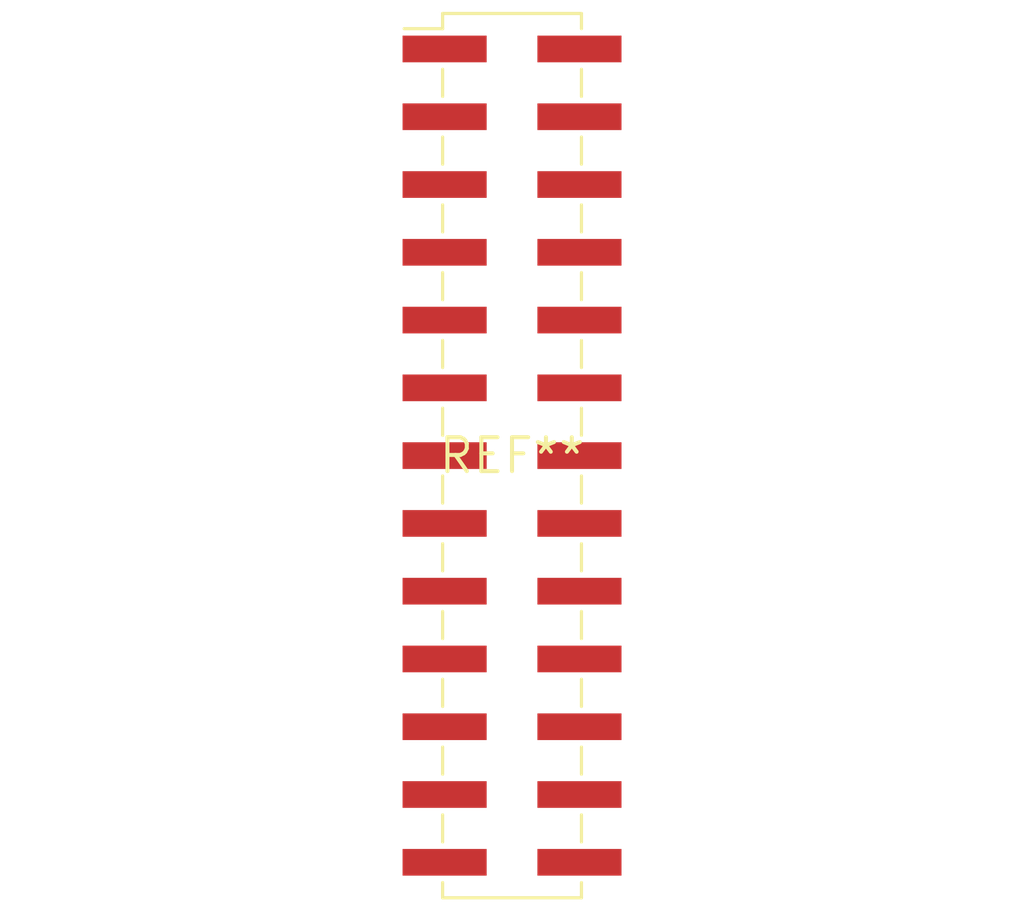
<source format=kicad_pcb>
(kicad_pcb (version 20240108) (generator pcbnew)
  (layers (0 "F.Cu" signal) (31 "B.Cu" signal) (34 "B.Paste" user) (35 "F.Paste" user) (36 "B.SilkS" user "B.Silkscreen") (37 "F.SilkS" user "F.Silkscreen") (38 "B.Mask" user) (39 "F.Mask" user) (44 "Edge.Cuts" user))
  (net 0 "")
  (footprint "PinHeader_2x13_P2.54mm_Vertical_SMD" (layer "F.Cu") (at 0 0)
    (property "Reference" "REF**")
    (property "Value" "PinHeader_2x13_P2.54mm_Vertical_SMD")
    (fp_line (start -4.04 -16) (end -2.6 -16) (layer "F.SilkS") (stroke (width 0.12)))
    (fp_line (start -2.6 -16.57) (end -2.6 -16) (layer "F.SilkS") (stroke (width 0.12)))
    (fp_line (start -2.6 -16.57) (end 2.6 -16.57) (layer "F.SilkS") (stroke (width 0.12)))
    (fp_line (start -2.6 -14.48) (end -2.6 -13.46) (layer "F.SilkS") (stroke (width 0.12)))
    (fp_line (start -2.6 -11.94) (end -2.6 -10.92) (layer "F.SilkS") (stroke (width 0.12)))
    (fp_line (start -2.6 -9.4) (end -2.6 -8.38) (layer "F.SilkS") (stroke (width 0.12)))
    (fp_line (start -2.6 -6.86) (end -2.6 -5.84) (layer "F.SilkS") (stroke (width 0.12)))
    (fp_line (start -2.6 -4.32) (end -2.6 -3.3) (layer "F.SilkS") (stroke (width 0.12)))
    (fp_line (start -2.6 -1.78) (end -2.6 -0.76) (layer "F.SilkS") (stroke (width 0.12)))
    (fp_line (start -2.6 0.76) (end -2.6 1.78) (layer "F.SilkS") (stroke (width 0.12)))
    (fp_line (start -2.6 3.3) (end -2.6 4.32) (layer "F.SilkS") (stroke (width 0.12)))
    (fp_line (start -2.6 5.84) (end -2.6 6.86) (layer "F.SilkS") (stroke (width 0.12)))
    (fp_line (start -2.6 8.38) (end -2.6 9.4) (layer "F.SilkS") (stroke (width 0.12)))
    (fp_line (start -2.6 10.92) (end -2.6 11.94) (layer "F.SilkS") (stroke (width 0.12)))
    (fp_line (start -2.6 13.46) (end -2.6 14.48) (layer "F.SilkS") (stroke (width 0.12)))
    (fp_line (start -2.6 16) (end -2.6 16.57) (layer "F.SilkS") (stroke (width 0.12)))
    (fp_line (start -2.6 16.57) (end 2.6 16.57) (layer "F.SilkS") (stroke (width 0.12)))
    (fp_line (start 2.6 -16.57) (end 2.6 -16) (layer "F.SilkS") (stroke (width 0.12)))
    (fp_line (start 2.6 -14.48) (end 2.6 -13.46) (layer "F.SilkS") (stroke (width 0.12)))
    (fp_line (start 2.6 -11.94) (end 2.6 -10.92) (layer "F.SilkS") (stroke (width 0.12)))
    (fp_line (start 2.6 -9.4) (end 2.6 -8.38) (layer "F.SilkS") (stroke (width 0.12)))
    (fp_line (start 2.6 -6.86) (end 2.6 -5.84) (layer "F.SilkS") (stroke (width 0.12)))
    (fp_line (start 2.6 -4.32) (end 2.6 -3.3) (layer "F.SilkS") (stroke (width 0.12)))
    (fp_line (start 2.6 -1.78) (end 2.6 -0.76) (layer "F.SilkS") (stroke (width 0.12)))
    (fp_line (start 2.6 0.76) (end 2.6 1.78) (layer "F.SilkS") (stroke (width 0.12)))
    (fp_line (start 2.6 3.3) (end 2.6 4.32) (layer "F.SilkS") (stroke (width 0.12)))
    (fp_line (start 2.6 5.84) (end 2.6 6.86) (layer "F.SilkS") (stroke (width 0.12)))
    (fp_line (start 2.6 8.38) (end 2.6 9.4) (layer "F.SilkS") (stroke (width 0.12)))
    (fp_line (start 2.6 10.92) (end 2.6 11.94) (layer "F.SilkS") (stroke (width 0.12)))
    (fp_line (start 2.6 13.46) (end 2.6 14.48) (layer "F.SilkS") (stroke (width 0.12)))
    (fp_line (start 2.6 16) (end 2.6 16.57) (layer "F.SilkS") (stroke (width 0.12)))
    (pad "1" smd rect (at -2.525 -15.24) (size 3.15 1) (layers "F.Cu" "F.Paste" "F.Mask"))
    (pad "2" smd rect (at 2.525 -15.24) (size 3.15 1) (layers "F.Cu" "F.Paste" "F.Mask"))
    (pad "3" smd rect (at -2.525 -12.7) (size 3.15 1) (layers "F.Cu" "F.Paste" "F.Mask"))
    (pad "4" smd rect (at 2.525 -12.7) (size 3.15 1) (layers "F.Cu" "F.Paste" "F.Mask"))
    (pad "5" smd rect (at -2.525 -10.16) (size 3.15 1) (layers "F.Cu" "F.Paste" "F.Mask"))
    (pad "6" smd rect (at 2.525 -10.16) (size 3.15 1) (layers "F.Cu" "F.Paste" "F.Mask"))
    (pad "7" smd rect (at -2.525 -7.62) (size 3.15 1) (layers "F.Cu" "F.Paste" "F.Mask"))
    (pad "8" smd rect (at 2.525 -7.62) (size 3.15 1) (layers "F.Cu" "F.Paste" "F.Mask"))
    (pad "9" smd rect (at -2.525 -5.08) (size 3.15 1) (layers "F.Cu" "F.Paste" "F.Mask"))
    (pad "10" smd rect (at 2.525 -5.08) (size 3.15 1) (layers "F.Cu" "F.Paste" "F.Mask"))
    (pad "11" smd rect (at -2.525 -2.54) (size 3.15 1) (layers "F.Cu" "F.Paste" "F.Mask"))
    (pad "12" smd rect (at 2.525 -2.54) (size 3.15 1) (layers "F.Cu" "F.Paste" "F.Mask"))
    (pad "13" smd rect (at -2.525 0) (size 3.15 1) (layers "F.Cu" "F.Paste" "F.Mask"))
    (pad "14" smd rect (at 2.525 0) (size 3.15 1) (layers "F.Cu" "F.Paste" "F.Mask"))
    (pad "15" smd rect (at -2.525 2.54) (size 3.15 1) (layers "F.Cu" "F.Paste" "F.Mask"))
    (pad "16" smd rect (at 2.525 2.54) (size 3.15 1) (layers "F.Cu" "F.Paste" "F.Mask"))
    (pad "17" smd rect (at -2.525 5.08) (size 3.15 1) (layers "F.Cu" "F.Paste" "F.Mask"))
    (pad "18" smd rect (at 2.525 5.08) (size 3.15 1) (layers "F.Cu" "F.Paste" "F.Mask"))
    (pad "19" smd rect (at -2.525 7.62) (size 3.15 1) (layers "F.Cu" "F.Paste" "F.Mask"))
    (pad "20" smd rect (at 2.525 7.62) (size 3.15 1) (layers "F.Cu" "F.Paste" "F.Mask"))
    (pad "21" smd rect (at -2.525 10.16) (size 3.15 1) (layers "F.Cu" "F.Paste" "F.Mask"))
    (pad "22" smd rect (at 2.525 10.16) (size 3.15 1) (layers "F.Cu" "F.Paste" "F.Mask"))
    (pad "23" smd rect (at -2.525 12.7) (size 3.15 1) (layers "F.Cu" "F.Paste" "F.Mask"))
    (pad "24" smd rect (at 2.525 12.7) (size 3.15 1) (layers "F.Cu" "F.Paste" "F.Mask"))
    (pad "25" smd rect (at -2.525 15.24) (size 3.15 1) (layers "F.Cu" "F.Paste" "F.Mask"))
    (pad "26" smd rect (at 2.525 15.24) (size 3.15 1) (layers "F.Cu" "F.Paste" "F.Mask"))
  )
)
</source>
